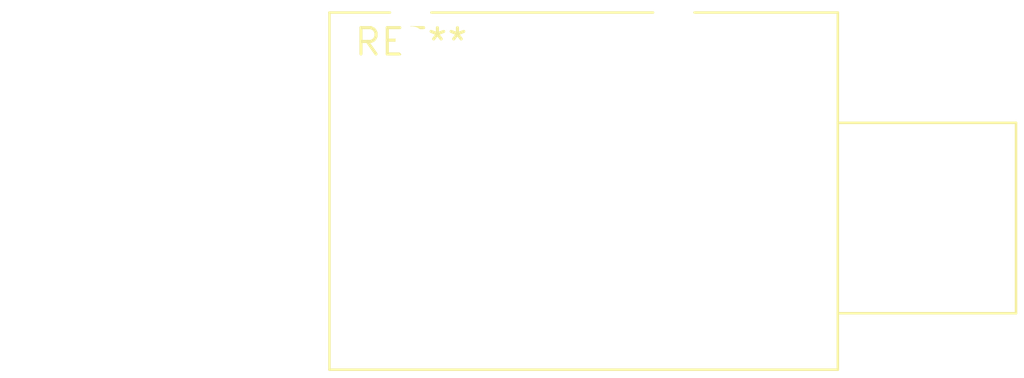
<source format=kicad_pcb>
(kicad_pcb (version 20240108) (generator pcbnew)
  (layers (0 "F.Cu" signal) (31 "B.Cu" signal) (34 "B.Paste" user) (35 "F.Paste" user) (36 "B.SilkS" user "B.Silkscreen") (37 "F.SilkS" user "F.Silkscreen") (38 "B.Mask" user) (39 "F.Mask" user) (44 "Edge.Cuts" user))
  (net 0 "")
  (footprint "Jack_6.35mm_Neutrik_NSJ8HC_Horizontal" (layer "F.Cu") (at 0 0)
    (property "Reference" "REF**")
    (property "Value" "Jack_6.35mm_Neutrik_NSJ8HC_Horizontal")
    (fp_line (start -3.94 -1.42) (end -1.02 -1.42) (layer "F.SilkS") (stroke (width 0.12)))
    (fp_line (start -3.94 15.82) (end -3.94 -1.42) (layer "F.SilkS") (stroke (width 0.12)))
    (fp_line (start -3.94 15.82) (end 20.6 15.82) (layer "F.SilkS") (stroke (width 0.12)))
    (fp_line (start 0.98 -1.42) (end 11.68 -1.42) (layer "F.SilkS") (stroke (width 0.12)))
    (fp_line (start 13.68 -1.42) (end 20.6 -1.42) (layer "F.SilkS") (stroke (width 0.12)))
    (fp_line (start 20.6 -1.42) (end 20.6 15.82) (layer "F.SilkS") (stroke (width 0.12)))
    (fp_line (start 29.2 3.905) (end 20.6 3.905) (layer "F.SilkS") (stroke (width 0.12)))
    (fp_line (start 29.2 13.095) (end 20.6 13.095) (layer "F.SilkS") (stroke (width 0.12)))
    (fp_line (start 29.2 13.095) (end 29.2 3.905) (layer "F.SilkS") (stroke (width 0.12)))
    (pad "G" thru_hole circle (at 18.75 2.54) (size 2.9 2.9) (drill 1.5) (layers *.Cu *.Mask) (remove_unused_layers))
    (pad "S1" thru_hole circle (at 12.7 0) (size 3 3) (drill 1.5) (layers *.Cu *.Mask) (remove_unused_layers))
    (pad "S2" thru_hole circle (at 15.87 1.27) (size 3 3) (drill 1.5) (layers *.Cu *.Mask) (remove_unused_layers))
    (pad "SN1" thru_hole circle (at 12.7 12.7) (size 3 3) (drill 1.5) (layers *.Cu *.Mask) (remove_unused_layers))
    (pad "SN2" thru_hole circle (at 15.87 13.97) (size 3 3) (drill 1.5) (layers *.Cu *.Mask) (remove_unused_layers))
    (pad "T1" thru_hole circle (at 0 0) (size 3 3) (drill 1.5) (layers *.Cu *.Mask) (remove_unused_layers))
    (pad "T2" thru_hole circle (at 3.18 1.27) (size 3 3) (drill 1.5) (layers *.Cu *.Mask) (remove_unused_layers))
    (pad "TN1" thru_hole circle (at 0 12.7) (size 3 3) (drill 1.5) (layers *.Cu *.Mask) (remove_unused_layers))
    (pad "TN2" thru_hole circle (at 3.18 13.97) (size 3 3) (drill 1.5) (layers *.Cu *.Mask) (remove_unused_layers))
  )
)
</source>
